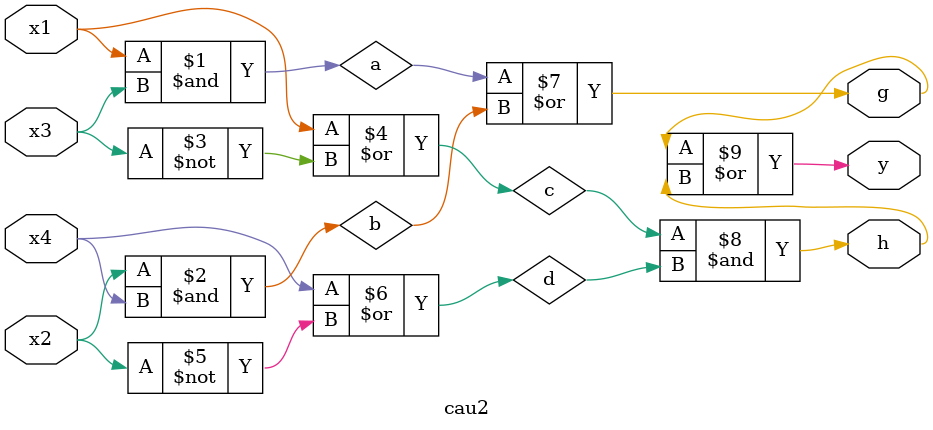
<source format=v>
module cau2(x1, x2, x3, x4, y, g, h);
	input x1, x2, x3, x4;
	output y, g, h;
	wire a, b, c, d;
	
	and(a, x1, x3);
	and(b, x2, x4);
	or(c, x1, ~x3);
	or(d, x4, ~x2);
	or(g, a, b);
	and(h, c, d);
	or(y, g, h);
endmodule
</source>
